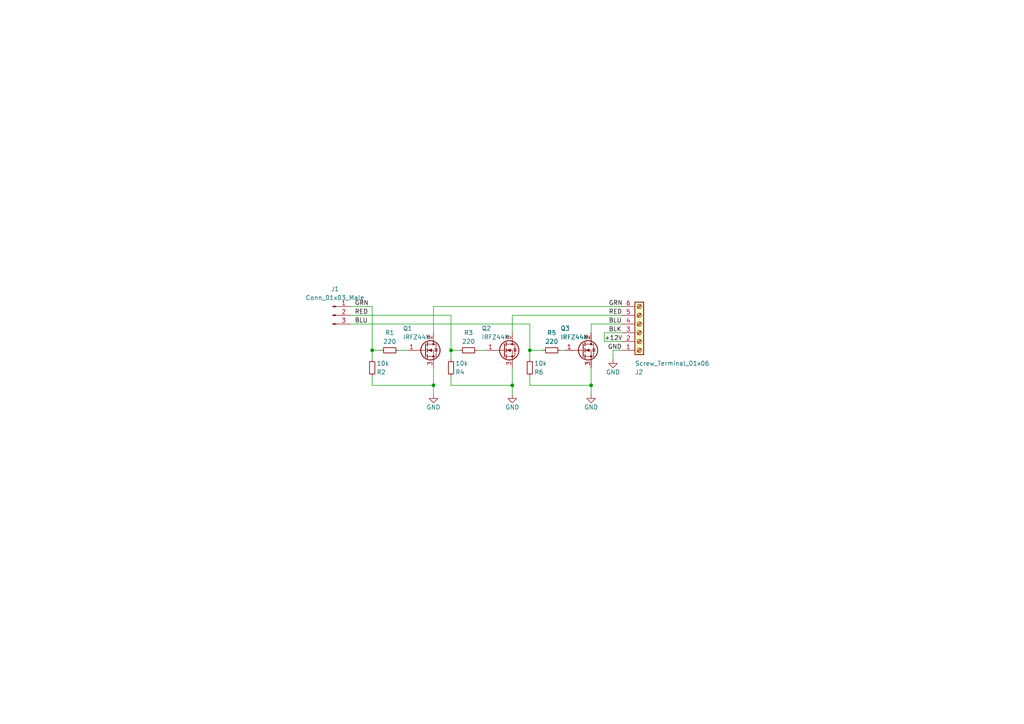
<source format=kicad_sch>
(kicad_sch (version 20211123) (generator eeschema)
  (paper "A4")
  (title_block (title "LED Strip Driver for Robot Butler Project") (date "2023-05-13") (rev "1") (company "Fridfinnur M, University of Iceland"))
  (lib_symbols
    (symbol "Connector:Conn_01x03_Male" (pin_names (offset 1.016) hide)
      (property "Reference" "J" (at 0 5.08 0))
      (property "Value" "Conn_01x03_Male" (at 0 -5.08 0))
      (symbol "Conn_01x03_Male_1_1"
        (polyline (pts (xy 1.27 -2.54) (xy 0.8636 -2.54)) (stroke (width 0.1524)))
        (polyline (pts (xy 1.27 0) (xy 0.8636 0)) (stroke (width 0.1524)))
        (polyline (pts (xy 1.27 2.54) (xy 0.8636 2.54)) (stroke (width 0.1524)))
        (rectangle (start 0.8636 -2.413) (end 0 -2.667) (stroke (width 0.1524)) (fill (type outline)))
        (rectangle (start 0.8636 0.127) (end 0 -0.127) (stroke (width 0.1524)) (fill (type outline)))
        (rectangle (start 0.8636 2.667) (end 0 2.413) (stroke (width 0.1524)) (fill (type outline)))
        (pin passive line (at 5.08 2.54 180) (length 3.81) (name "Pin_1") (number "1"))
        (pin passive line (at 5.08 0 180) (length 3.81) (name "Pin_2") (number "2"))
        (pin passive line (at 5.08 -2.54 180) (length 3.81) (name "Pin_3") (number "3"))
      )
    )
    (symbol "Connector:Screw_Terminal_01x06" (pin_names (offset 1.016) hide)
      (property "Reference" "J" (at 0 7.62 0))
      (property "Value" "Screw_Terminal_01x06" (at 0 -10.16 0))
      (symbol "Screw_Terminal_01x06_1_1"
        (rectangle (start -1.27 6.35) (end 1.27 -8.89) (stroke (width 0.254)) (fill (type background)))
        (circle (center 0 -7.62) (radius 0.635) (stroke (width 0.1524)))
        (circle (center 0 -5.08) (radius 0.635) (stroke (width 0.1524)))
        (circle (center 0 -2.54) (radius 0.635) (stroke (width 0.1524)))
        (polyline (pts (xy -0.5334 -7.2898) (xy 0.3302 -8.128)) (stroke (width 0.1524)))
        (polyline (pts (xy -0.5334 -4.7498) (xy 0.3302 -5.588)) (stroke (width 0.1524)))
        (polyline (pts (xy -0.5334 -2.2098) (xy 0.3302 -3.048)) (stroke (width 0.1524)))
        (polyline (pts (xy -0.5334 0.3302) (xy 0.3302 -0.508)) (stroke (width 0.1524)))
        (polyline (pts (xy -0.5334 2.8702) (xy 0.3302 2.032)) (stroke (width 0.1524)))
        (polyline (pts (xy -0.5334 5.4102) (xy 0.3302 4.572)) (stroke (width 0.1524)))
        (polyline (pts (xy -0.3556 -7.112) (xy 0.508 -7.9502)) (stroke (width 0.1524)))
        (polyline (pts (xy -0.3556 -4.572) (xy 0.508 -5.4102)) (stroke (width 0.1524)))
        (polyline (pts (xy -0.3556 -2.032) (xy 0.508 -2.8702)) (stroke (width 0.1524)))
        (polyline (pts (xy -0.3556 0.508) (xy 0.508 -0.3302)) (stroke (width 0.1524)))
        (polyline (pts (xy -0.3556 3.048) (xy 0.508 2.2098)) (stroke (width 0.1524)))
        (polyline (pts (xy -0.3556 5.588) (xy 0.508 4.7498)) (stroke (width 0.1524)))
        (circle (center 0 0) (radius 0.635) (stroke (width 0.1524)))
        (circle (center 0 2.54) (radius 0.635) (stroke (width 0.1524)))
        (circle (center 0 5.08) (radius 0.635) (stroke (width 0.1524)))
        (pin passive line (at -5.08 5.08 0) (length 3.81) (name "Pin_1") (number "1"))
        (pin passive line (at -5.08 2.54 0) (length 3.81) (name "Pin_2") (number "2"))
        (pin passive line (at -5.08 0 0) (length 3.81) (name "Pin_3") (number "3"))
        (pin passive line (at -5.08 -2.54 0) (length 3.81) (name "Pin_4") (number "4"))
        (pin passive line (at -5.08 -5.08 0) (length 3.81) (name "Pin_5") (number "5"))
        (pin passive line (at -5.08 -7.62 0) (length 3.81) (name "Pin_6") (number "6"))
      )
    )
    (symbol "Device:Q_NMOS_GDS" (pin_names (offset 0) hide)
      (property "Reference" "Q" (at 5.08 1.27 0))
      (property "Value" "Q_NMOS_GDS" (at 5.08 -1.27 0))
      (symbol "Q_NMOS_GDS_0_1"
        (polyline (pts (xy 0.254 0) (xy -2.54 0)))
        (polyline (pts (xy 0.254 1.905) (xy 0.254 -1.905)) (stroke (width 0.254)))
        (polyline (pts (xy 0.762 -1.27) (xy 0.762 -2.286)) (stroke (width 0.254)))
        (polyline (pts (xy 0.762 0.508) (xy 0.762 -0.508)) (stroke (width 0.254)))
        (polyline (pts (xy 0.762 2.286) (xy 0.762 1.27)) (stroke (width 0.254)))
        (polyline (pts (xy 2.54 2.54) (xy 2.54 1.778)))
        (polyline (pts (xy 2.54 -2.54) (xy 2.54 0) (xy 0.762 0)))
        (polyline (pts (xy 0.762 -1.778) (xy 3.302 -1.778) (xy 3.302 1.778) (xy 0.762 1.778)))
        (polyline (pts (xy 1.016 0) (xy 2.032 0.381) (xy 2.032 -0.381) (xy 1.016 0)) (fill (type outline)))
        (polyline (pts (xy 2.794 0.508) (xy 2.921 0.381) (xy 3.683 0.381) (xy 3.81 0.254)))
        (polyline (pts (xy 3.302 0.381) (xy 2.921 -0.254) (xy 3.683 -0.254) (xy 3.302 0.381)))
        (circle (center 1.651 0) (radius 2.794) (stroke (width 0.254)))
        (circle (center 2.54 -1.778) (radius 0.254) (fill (type outline)))
        (circle (center 2.54 1.778) (radius 0.254) (fill (type outline)))
      )
      (symbol "Q_NMOS_GDS_1_1"
        (pin input line (at -5.08 0 0) (length 2.54) (name "G") (number "1"))
        (pin passive line (at 2.54 5.08 270) (length 2.54) (name "D") (number "2"))
        (pin passive line (at 2.54 -5.08 90) (length 2.54) (name "S") (number "3"))
      )
    )
    (symbol "Device:R_Small" (pin_numbers hide) (pin_names (offset 0.254) hide)
      (property "Reference" "R" (at 0.762 0.508 0))
      (property "Value" "R_Small" (at 0.762 -1.016 0))
      (symbol "R_Small_0_1"
        (rectangle (start -0.762 1.778) (end 0.762 -1.778) (stroke (width 0.2032)))
      )
      (symbol "R_Small_1_1"
        (pin passive line (at 0 2.54 270) (length 0.762) (name "~") (number "1"))
        (pin passive line (at 0 -2.54 90) (length 0.762) (name "~") (number "2"))
      )
    )
    (symbol "power:GND" (power) (pin_names (offset 0))
      (property "Value" "GND" (at 0 -3.81 0))
      (symbol "GND_0_1"
        (polyline (pts (xy 0 0) (xy 0 -1.27) (xy 1.27 -1.27) (xy 0 -2.54) (xy -1.27 -1.27) (xy 0 -1.27)))
      )
      (symbol "GND_1_1"
        (pin power_in line (at 0 0 270) (length 0) hide (name "GND") (number "1"))
      )
    )
  )
  (junction (at 153.67 101.6))
  (junction (at 130.81 101.6))
  (junction (at 125.73 111.76))
  (junction (at 171.45 111.76))
  (junction (at 148.59 111.76))
  (junction (at 107.95 101.6))
  (wire (pts (xy 125.73 88.9) (xy 180.34 88.9)))
  (wire (pts (xy 180.34 101.6) (xy 177.8 101.6)))
  (wire (pts (xy 125.73 106.68) (xy 125.73 111.76)))
  (wire (pts (xy 107.95 101.6) (xy 107.95 104.14)))
  (wire (pts (xy 171.45 106.68) (xy 171.45 111.76)))
  (wire (pts (xy 171.45 93.98) (xy 180.34 93.98)))
  (wire (pts (xy 175.26 99.06) (xy 180.34 99.06)))
  (wire (pts (xy 125.73 111.76) (xy 125.73 114.3)))
  (wire (pts (xy 177.8 101.6) (xy 177.8 104.14)))
  (wire (pts (xy 130.81 101.6) (xy 133.35 101.6)))
  (wire (pts (xy 101.6 91.44) (xy 130.81 91.44)))
  (wire (pts (xy 162.56 101.6) (xy 163.83 101.6)))
  (wire (pts (xy 130.81 91.44) (xy 130.81 101.6)))
  (wire (pts (xy 101.6 88.9) (xy 107.95 88.9)))
  (wire (pts (xy 138.43 101.6) (xy 140.97 101.6)))
  (wire (pts (xy 148.59 91.44) (xy 148.59 96.52)))
  (wire (pts (xy 107.95 111.76) (xy 125.73 111.76)))
  (wire (pts (xy 180.34 96.52) (xy 175.26 96.52)))
  (wire (pts (xy 153.67 109.22) (xy 153.67 111.76)))
  (wire (pts (xy 153.67 101.6) (xy 157.48 101.6)))
  (wire (pts (xy 148.59 111.76) (xy 148.59 114.3)))
  (wire (pts (xy 115.57 101.6) (xy 118.11 101.6)))
  (wire (pts (xy 130.81 109.22) (xy 130.81 111.76)))
  (wire (pts (xy 130.81 111.76) (xy 148.59 111.76)))
  (wire (pts (xy 107.95 101.6) (xy 110.49 101.6)))
  (wire (pts (xy 107.95 88.9) (xy 107.95 101.6)))
  (wire (pts (xy 101.6 93.98) (xy 153.67 93.98)))
  (wire (pts (xy 107.95 109.22) (xy 107.95 111.76)))
  (wire (pts (xy 171.45 96.52) (xy 171.45 93.98)))
  (wire (pts (xy 153.67 101.6) (xy 153.67 104.14)))
  (wire (pts (xy 130.81 101.6) (xy 130.81 104.14)))
  (wire (pts (xy 153.67 111.76) (xy 171.45 111.76)))
  (wire (pts (xy 153.67 93.98) (xy 153.67 101.6)))
  (wire (pts (xy 175.26 96.52) (xy 175.26 99.06)))
  (wire (pts (xy 148.59 91.44) (xy 180.34 91.44)))
  (wire (pts (xy 148.59 106.68) (xy 148.59 111.76)))
  (wire (pts (xy 171.45 111.76) (xy 171.45 114.3)))
  (wire (pts (xy 125.73 88.9) (xy 125.73 96.52)))
  (label "+12V" (at 175.26 99.06 0))
  (label "BLU" (at 102.87 93.98 0))
  (label "GRN" (at 176.53 88.9 0))
  (label "RED" (at 176.53 91.44 0))
  (label "BLU" (at 176.53 93.98 0))
  (label "BLK" (at 176.53 96.52 0))
  (label "RED" (at 102.87 91.44 0))
  (label "GRN" (at 102.87 88.9 0))
  (label "GND" (at 180.34 101.6 180))
  (symbol (lib_id "Connector:Screw_Terminal_01x06") (at 185.42 96.52 0) (mirror x) (unit 1)
    (property "Reference" "J2" (at 184.15 107.95 0) (effects (justify left)))
    (property "Value" "Screw_Terminal_01x06" (at 184.15 105.41 0) (effects (justify left)))
    (property "Footprint" "TerminalBlock:TerminalBlock_bornier-6_P5.08mm" (effects hide))
  )
  (symbol (lib_id "Connector:Conn_01x03_Male") (at 96.52 91.44 0) (unit 1)
    (property "Reference" "J1" (at 97.155 83.82 0))
    (property "Value" "Conn_01x03_Male" (at 97.155 86.36 0))
    (property "Footprint" "Connector_PinHeader_2.54mm:PinHeader_1x03_P2.54mm_Vertical" (effects hide))
  )
  (symbol (lib_id "Device:R_Small") (at 130.81 106.68 0) (mirror x) (unit 1)
    (property "Reference" "R4" (at 132.08 107.95 0) (effects (justify left)))
    (property "Value" "10k" (at 132.08 105.41 0) (effects (justify left)))
    (property "Footprint" "Resistor_THT:R_Axial_DIN0207_L6.3mm_D2.5mm_P2.54mm_Vertical" (effects hide))
  )
  (symbol (lib_id "power:GND") (at 148.59 114.3 0) (unit 1)
    (property "Reference" "#PWR02" (effects hide))
    (property "Value" "GND" (at 148.59 118.11 0))
  )
  (symbol (lib_id "power:GND") (at 125.73 114.3 0) (unit 1)
    (property "Reference" "#PWR01" (effects hide))
    (property "Value" "GND" (at 125.73 118.11 0))
  )
  (symbol (lib_id "power:GND") (at 177.8 104.14 0) (unit 1)
    (property "Reference" "#PWR04" (effects hide))
    (property "Value" "GND" (at 177.8 107.95 0))
  )
  (symbol (lib_id "Device:Q_NMOS_GDS") (at 146.05 101.6 0) (unit 1)
    (property "Reference" "Q2" (at 139.7 95.25 0) (effects (justify left)))
    (property "Value" "IRFZ44N" (at 139.7 97.79 0) (effects (justify left)))
    (property "Footprint" "Package_TO_SOT_THT:TO-220-3_Vertical" (effects hide))
  )
  (symbol (lib_id "Device:Q_NMOS_GDS") (at 168.91 101.6 0) (unit 1)
    (property "Reference" "Q3" (at 162.56 95.25 0) (effects (justify left)))
    (property "Value" "IRFZ44N" (at 162.56 97.79 0) (effects (justify left)))
    (property "Footprint" "Package_TO_SOT_THT:TO-220-3_Vertical" (effects hide))
  )
  (symbol (lib_id "Device:R_Small") (at 113.03 101.6 90) (mirror x) (unit 1)
    (property "Reference" "R1" (at 113.03 96.52 90))
    (property "Value" "220" (at 113.03 99.06 90))
    (property "Footprint" "Resistor_THT:R_Axial_DIN0207_L6.3mm_D2.5mm_P2.54mm_Vertical" (effects hide))
  )
  (symbol (lib_id "Device:R_Small") (at 160.02 101.6 90) (mirror x) (unit 1)
    (property "Reference" "R5" (at 160.02 96.52 90))
    (property "Value" "220" (at 160.02 99.06 90))
    (property "Footprint" "Resistor_THT:R_Axial_DIN0207_L6.3mm_D2.5mm_P2.54mm_Vertical" (effects hide))
  )
  (symbol (lib_id "Device:Q_NMOS_GDS") (at 123.19 101.6 0) (unit 1)
    (property "Reference" "Q1" (at 116.84 95.25 0) (effects (justify left)))
    (property "Value" "IRFZ44N" (at 116.84 97.79 0) (effects (justify left)))
    (property "Footprint" "Package_TO_SOT_THT:TO-220-3_Vertical" (effects hide))
  )
  (symbol (lib_id "Device:R_Small") (at 153.67 106.68 0) (mirror x) (unit 1)
    (property "Reference" "R6" (at 154.94 107.95 0) (effects (justify left)))
    (property "Value" "10k" (at 154.94 105.41 0) (effects (justify left)))
    (property "Footprint" "Resistor_THT:R_Axial_DIN0207_L6.3mm_D2.5mm_P2.54mm_Vertical" (effects hide))
  )
  (symbol (lib_id "Device:R_Small") (at 135.89 101.6 90) (mirror x) (unit 1)
    (property "Reference" "R3" (at 135.89 96.52 90))
    (property "Value" "220" (at 135.89 99.06 90))
    (property "Footprint" "Resistor_THT:R_Axial_DIN0207_L6.3mm_D2.5mm_P2.54mm_Vertical" (effects hide))
  )
  (symbol (lib_id "Device:R_Small") (at 107.95 106.68 0) (mirror x) (unit 1)
    (property "Reference" "R2" (at 109.22 107.95 0) (effects (justify left)))
    (property "Value" "10k" (at 109.22 105.41 0) (effects (justify left)))
    (property "Footprint" "Resistor_THT:R_Axial_DIN0207_L6.3mm_D2.5mm_P2.54mm_Vertical" (effects hide))
  )
  (symbol (lib_id "power:GND") (at 171.45 114.3 0) (unit 1)
    (property "Reference" "#PWR03" (effects hide))
    (property "Value" "GND" (at 171.45 118.11 0))
  )
)
</source>
